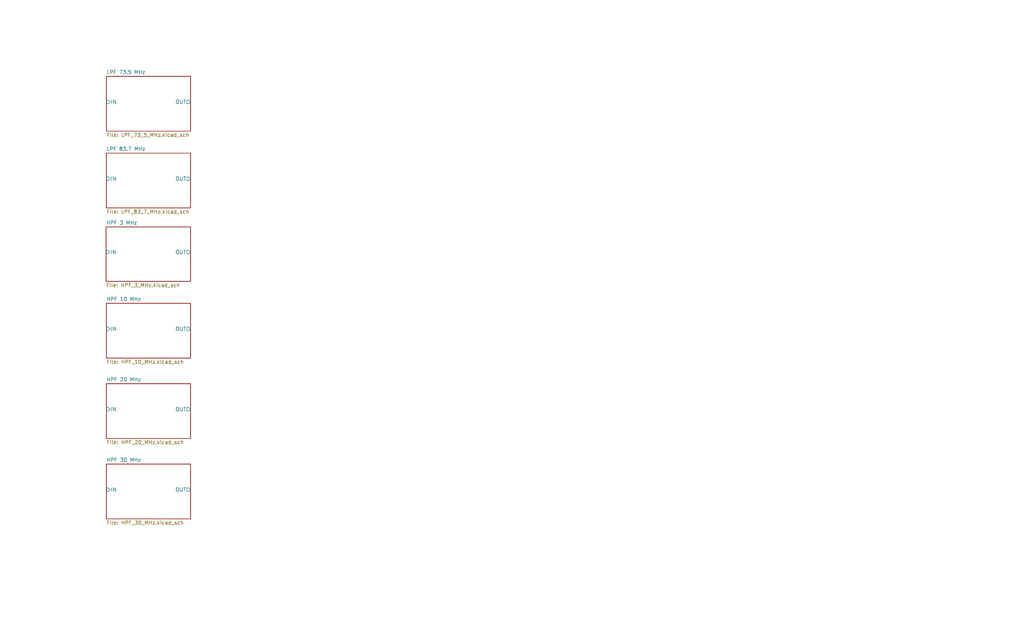
<source format=kicad_sch>
(kicad_sch (version 20230121) (generator eeschema)
  (paper "USLegal")
  (lib_symbols)
  (sheet (at 36.957 105.41) (size 29.21 19.05) (stroke (width 0.1524))
    (property "Sheetname" "HPF 10 MHz" (at 36.957 104.6984 0) (effects (justify left bottom)))
    (property "Sheetfile" "HPF_10_MHz.kicad_sch" (at 36.957 125.0446 0) (effects (justify left top)))
    (pin "IN" input (at 36.957 114.3 180))
    (pin "OUT" output (at 66.167 114.3 0))
  )
  (sheet (at 36.957 133.35) (size 29.21 19.05) (stroke (width 0.1524))
    (property "Sheetname" "HPF 20 MHz" (at 36.957 132.6384 0) (effects (justify left bottom)))
    (property "Sheetfile" "HPF_20_MHz.kicad_sch" (at 36.957 152.9846 0) (effects (justify left top)))
    (pin "IN" input (at 36.957 142.24 180))
    (pin "OUT" output (at 66.167 142.24 0))
  )
  (sheet (at 36.957 53.213) (size 29.21 19.05) (stroke (width 0.1524))
    (property "Sheetname" "LPF 83.7 MHz" (at 36.957 52.5014 0) (effects (justify left bottom)))
    (property "Sheetfile" "LPF_83_7_MHz.kicad_sch" (at 36.957 72.8476 0) (effects (justify left top)))
    (pin "IN" input (at 36.957 62.103 180))
    (pin "OUT" output (at 66.167 62.103 0))
  )
  (sheet (at 36.957 161.29) (size 29.21 19.05) (stroke (width 0.1524))
    (property "Sheetname" "HPF 30 MHz" (at 36.957 160.5784 0) (effects (justify left bottom)))
    (property "Sheetfile" "HPF_30_MHz.kicad_sch" (at 36.957 180.9246 0) (effects (justify left top)))
    (pin "OUT" output (at 66.167 170.18 0))
    (pin "IN" input (at 36.957 170.18 180))
  )
  (sheet (at 36.83 78.867) (size 29.337 18.923) (stroke (width 0.1524))
    (property "Sheetname" "HPF 3 MHz" (at 36.83 78.1554 0) (effects (justify left bottom)))
    (property "Sheetfile" "HPF_3_MHz.kicad_sch" (at 36.83 98.3746 0) (effects (justify left top)))
    (pin "IN" input (at 36.83 87.63 180))
    (pin "OUT" output (at 66.167 87.63 0))
  )
  (sheet (at 36.957 26.543) (size 29.21 19.05) (stroke (width 0.1524))
    (property "Sheetname" "LPF 73.5 MHz" (at 36.957 25.8314 0) (effects (justify left bottom)))
    (property "Sheetfile" "LPF_73_5_MHz.kicad_sch" (at 36.957 46.1776 0) (effects (justify left top)))
    (pin "OUT" output (at 66.167 35.433 0))
    (pin "IN" input (at 36.957 35.433 180))
  )
)
</source>
